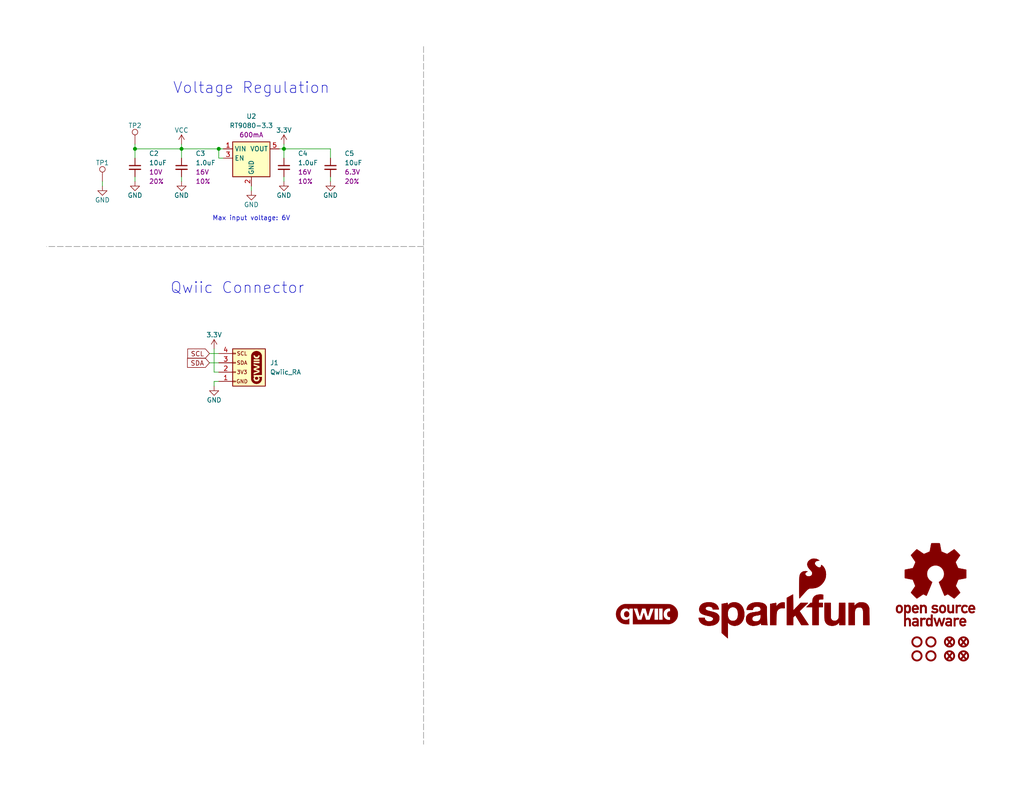
<source format=kicad_sch>
(kicad_sch (version 20250114) (generator "eeschema") (generator_version "9.0")
  (paper "USLetter")
  (title_block (title "SparkFun Product (Qwiic)") (rev "v10") (company "SparkFun") (comment 1 "Designed by: You"))
  (lib_symbols
    (symbol "SparkFun-Aesthetic:Fiducial_0.5mm"
      (symbol "Fiducial_0.5mm_1_1"
        (text "x" (at 0 0.254 0) (effects (font (size 2.5 2.5) (bold yes))))
      )
    )
    (symbol "SparkFun-Aesthetic:OSHW_Logo" (pin_names (offset 1.016)) (in_bom no))
    (symbol "SparkFun-Aesthetic:SparkFun_Logo" (pin_names (offset 1.016)) (on_board no))
    (symbol "SparkFun-Aesthetic:qwiic_Logo" (pin_names (offset 1.016)) (on_board no))
    (symbol "SparkFun-Capacitor:1.0uF_0402_16V_10%" (pin_numbers (hide yes)) (pin_names (offset 0.254))
      (property "Reference" "C" (at 0.635 2.54 0))
      (property "Value" "1.0uF" (at 0.635 -2.54 0))
      (property "Voltage" "16V" (at 0 -6.35 0))
      (property "Tolerance" "10%" (at 0 -8.89 0))
      (symbol "1.0uF_0402_16V_10%_1_1"
        (pin passive line (at 0 2.54 270) (length 2.032) (name "~") (number "1"))
        (pin passive line (at 0 -2.54 90) (length 2.032) (name "~") (number "2"))
      )
    )
    (symbol "SparkFun-Capacitor:1.0uF_0603_16V_10%" (pin_numbers (hide yes)) (pin_names (offset 0.254))
      (property "Reference" "C" (at 0.635 2.54 0))
      (property "Value" "1.0uF" (at 0.635 -2.54 0))
      (property "Voltage" "16V" (at 0 -6.35 0))
      (property "Tolerance" "10%" (at 0 -8.89 0))
      (symbol "1.0uF_0603_16V_10%_1_1"
        (pin passive line (at 0 2.54 270) (length 2.032) (name "~") (number "1"))
        (pin passive line (at 0 -2.54 90) (length 2.032) (name "~") (number "2"))
      )
    )
    (symbol "SparkFun-Capacitor:10uF_0603_10V_20%" (pin_numbers (hide yes)) (pin_names (offset 0.254))
      (property "Reference" "C" (at 0.635 2.54 0))
      (property "Value" "10uF" (at 0.635 -2.54 0))
      (property "Voltage" "10V" (at 0 -6.35 0))
      (property "Tolerance" "20%" (at 0 -8.89 0))
      (symbol "10uF_0603_10V_20%_1_1"
        (pin passive line (at 0 2.54 270) (length 2.032) (name "~") (number "1"))
        (pin passive line (at 0 -2.54 90) (length 2.032) (name "~") (number "2"))
      )
    )
    (symbol "SparkFun-Capacitor:10uF_0603_6.3V_20%" (pin_numbers (hide yes)) (pin_names (offset 0.254))
      (property "Reference" "C" (at 0.635 2.54 0))
      (property "Value" "10uF" (at 0.635 -2.54 0))
      (property "Voltage" "6.3V" (at 0 -6.35 0))
      (property "Tolerance" "20%" (at 0 -8.89 0))
      (symbol "10uF_0603_6.3V_20%_1_1"
        (pin passive line (at 0 2.54 270) (length 2.032) (name "~") (number "1"))
        (pin passive line (at 0 -2.54 90) (length 2.032) (name "~") (number "2"))
      )
    )
    (symbol "SparkFun-Connector:Qwiic_Right_Angle" (pin_names (offset 1.016) (hide yes))
      (property "Reference" "J" (at 0 5.08 0))
      (property "Value" "Qwiic_RA" (at 0 -7.62 0))
      (symbol "Qwiic_Right_Angle_1_1"
        (text "SCL" (at 1.27 2.54 0) (effects (font (size 1 1))))
        (text "SDA" (at 1.27 0 0) (effects (font (size 1 1))))
        (text "3V3" (at 1.27 -2.54 0) (effects (font (size 1 1))))
        (text "GND" (at 1.27 -5.08 0) (effects (font (size 1 1))))
        (pin passive line (at -5.08 2.54 0) (length 3.81) (name "Pin_4") (number "4"))
        (pin passive line (at -5.08 0 0) (length 3.81) (name "Pin_3") (number "3"))
        (pin passive line (at -5.08 -2.54 0) (length 3.81) (name "Pin_2") (number "2"))
        (pin passive line (at -5.08 -5.08 0) (length 3.81) (name "Pin_1") (number "1"))
        (pin no_connect line (at 5.08 3.81 270) (length 2.54) (hide yes) (name "NC") (number "NC1"))
        (pin no_connect line (at 6.35 3.81 270) (length 2.54) (hide yes) (name "NC") (number "NC2"))
      )
    )
    (symbol "SparkFun-Connector:TestPoint_0.75mm" (pin_numbers (hide yes)) (pin_names (offset 0) (hide yes))
      (property "Reference" "TP" (at 0 5.08 0))
      (symbol "TestPoint_0.75mm_1_1"
        (pin passive line (at 0 0 90) (length 2.54) (name "1") (number "1"))
      )
    )
    (symbol "SparkFun-Hardware:Standoff")
    (symbol "SparkFun-PowerSymbol:3.3V" (power) (pin_names (offset 0))
      (property "Value" "3.3V" (at 0 3.81 0))
      (symbol "3.3V_1_1"
        (pin power_in line (at 0 0 90) (length 0) (hide yes) (name "3.3V") (number "1"))
      )
    )
    (symbol "SparkFun-PowerSymbol:GND" (power) (pin_names (offset 0))
      (property "Value" "GND" (at 0 -3.81 0))
      (symbol "GND_1_1"
        (pin power_in line (at 0 0 270) (length 0) (hide yes) (name "GND") (number "1"))
      )
    )
    (symbol "SparkFun-PowerSymbol:VCC" (power) (pin_names (offset 0))
      (property "Value" "VCC" (at 0 3.81 0))
      (symbol "VCC_1_1"
        (pin power_in line (at 0 0 90) (length 0) (hide yes) (name "VCC") (number "1"))
      )
    )
    (symbol "SparkFun-Regulator:RT9080-3.3"
      (property "Reference" "U3" (at 0 13.97 0))
      (property "Value" "RT9080-3.3" (at 0 11.43 0))
      (property "VMax" "5.5V" (at 0 8.89 0) (show_name))
      (property "IMax" "600mA" (at 0 6.35 0) (show_name))
      (symbol "RT9080-3.3_1_1"
        (pin power_in line (at -7.62 2.54 0) (length 2.54) (name "VIN") (number "1"))
        (pin input line (at -7.62 0 0) (length 2.54) (name "EN") (number "3"))
        (pin power_in line (at 0 -7.62 90) (length 2.54) (name "GND") (number "2"))
        (pin no_connect line (at 5.08 0 180) (length 2.54) (hide yes) (name "NC") (number "4"))
        (pin power_out line (at 7.62 2.54 180) (length 2.54) (name "VOUT") (number "5"))
      )
    )
  )
  (text "Voltage Regulation" (at 68.58 24.13 0) (effects (font (size 3 3))))
  (text "Qwiic Connector" (at 64.77 78.74 0) (effects (font (size 3 3))))
  (text "Max input voltage: 6V" (at 68.58 59.69 0) (effects (font (size 1.27 1.27))))
  (junction (at 49.53 40.64))
  (junction (at 59.69 40.64))
  (junction (at 36.83 40.64))
  (junction (at 77.47 40.64))
  (wire (pts (xy 59.69 101.6) (xy 58.42 101.6)))
  (wire (pts (xy 58.42 104.14) (xy 58.42 105.41)))
  (wire (pts (xy 77.47 39.37) (xy 77.47 40.64)))
  (wire (pts (xy 27.94 50.8) (xy 27.94 49.53)))
  (wire (pts (xy 59.69 40.64) (xy 60.96 40.64)))
  (wire (pts (xy 36.83 40.64) (xy 49.53 40.64)))
  (wire (pts (xy 90.17 48.26) (xy 90.17 49.53)))
  (wire (pts (xy 77.47 48.26) (xy 77.47 49.53)))
  (wire (pts (xy 49.53 40.64) (xy 49.53 43.18)))
  (wire (pts (xy 68.58 50.8) (xy 68.58 52.07)))
  (wire (pts (xy 58.42 101.6) (xy 58.42 95.25)))
  (wire (pts (xy 59.69 43.18) (xy 59.69 40.64)))
  (wire (pts (xy 49.53 39.37) (xy 49.53 40.64)))
  (wire (pts (xy 77.47 40.64) (xy 77.47 43.18)))
  (wire (pts (xy 90.17 40.64) (xy 90.17 43.18)))
  (wire (pts (xy 36.83 48.26) (xy 36.83 49.53)))
  (wire (pts (xy 49.53 40.64) (xy 59.69 40.64)))
  (wire (pts (xy 77.47 40.64) (xy 90.17 40.64)))
  (polyline (pts (xy 115.57 124.46) (xy 115.57 203.2)) (stroke (width 0) (type dash) (color 132 132 132 1)))
  (polyline (pts (xy 115.57 67.31) (xy 12.7 67.31)) (stroke (width 0) (type dash) (color 132 132 132 1)))
  (wire (pts (xy 36.83 39.37) (xy 36.83 40.64)))
  (wire (pts (xy 60.96 43.18) (xy 59.69 43.18)))
  (wire (pts (xy 76.2 40.64) (xy 77.47 40.64)))
  (wire (pts (xy 36.83 43.18) (xy 36.83 40.64)))
  (wire (pts (xy 57.15 99.06) (xy 59.69 99.06)))
  (polyline (pts (xy 115.57 12.7) (xy 115.57 124.46)) (stroke (width 0) (type dash) (color 132 132 132 1)))
  (wire (pts (xy 49.53 48.26) (xy 49.53 49.53)))
  (wire (pts (xy 57.15 96.52) (xy 59.69 96.52)))
  (wire (pts (xy 59.69 104.14) (xy 58.42 104.14)))
  (global_label "SCL" (shape input) (at 57.15 96.52 180) (property "Intersheetrefs" "${INTERSHEET_REFS}" (effects (hide yes))))
  (global_label "SDA" (shape input) (at 57.15 99.06 180) (property "Intersheetrefs" "${INTERSHEET_REFS}" (effects (hide yes))))
  (symbol (lib_id "SparkFun-Hardware:Standoff") (at 250.19 179.07 0) (unit 1)
    (property "Reference" "ST2" (effects (hide yes)))
    (property "Value" "Stand_off" (effects (hide yes)))
    (property "Footprint" "SparkFun-Hardware:Standoff" (effects (hide yes)))
    (property "Description" "Drill holes for mechanically mounting via screws, standoffs, etc." (effects (hide yes)))
  )
  (symbol (lib_id "SparkFun-PowerSymbol:GND") (at 58.42 105.41 0) (unit 1)
    (property "Reference" "#PWR01" (effects (hide yes)))
    (property "Value" "GND" (at 58.42 109.22 0))
    (property "Description" "Power symbol creates a global label with name \"GND\" , ground" (effects (hide yes)))
  )
  (symbol (lib_id "SparkFun-Connector:TestPoint_0.75mm") (at 27.94 49.53 0) (unit 1)
    (property "Reference" "TP1" (at 27.94 44.45 0))
    (property "Value" "TestPoint_0.75mm" (effects (hide yes)))
    (property "Footprint" "SparkFun-Connector:TestPoint-0.75mm" (effects (hide yes)))
    (property "Description" "Test Point" (effects (hide yes)))
  )
  (symbol (lib_id "SparkFun-Aesthetic:SparkFun_Logo") (at 213.36 167.64 0) (unit 1) (on_board no)
    (property "Reference" "G1" (effects (hide yes)))
    (property "Value" "SparkFun_Logo" (effects (hide yes)))
    (property "Footprint" "SparkFun-Aesthetic:SparkFun_Logo_8mm" (effects (hide yes)))
  )
  (symbol (lib_id "SparkFun-PowerSymbol:GND") (at 77.47 49.53 0) (unit 1)
    (property "Reference" "#PWR011" (effects (hide yes)))
    (property "Value" "GND" (at 77.47 53.34 0))
    (property "Description" "Power symbol creates a global label with name \"GND\" , ground" (effects (hide yes)))
  )
  (symbol (lib_id "SparkFun-Capacitor:1.0uF_0402_16V_10%") (at 77.47 45.72 0) (unit 1)
    (property "Reference" "C4" (at 81.28 41.91 0) (effects (justify left)))
    (property "Value" "1.0uF" (at 81.28 44.45 0) (effects (justify left)))
    (property "Footprint" "SparkFun-Capacitor:C_0402_1005Metric" (effects (hide yes)))
    (property "Datasheet" "https://cdn.sparkfun.com/assets/8/a/4/a/5/Kemet_Capacitor_Datasheet.pdf" (effects (hide yes)))
    (property "Description" "Unpolarized capacitor" (effects (hide yes)))
    (property "PROD_ID" "CAP-14969" (effects (hide yes)))
    (property "Voltage" "16V" (at 81.28 46.99 0) (effects (justify left)))
    (property "Tolerance" "10%" (at 81.28 49.53 0) (effects (justify left)))
  )
  (symbol (lib_id "SparkFun-Capacitor:10uF_0603_6.3V_20%") (at 90.17 45.72 0) (unit 1)
    (property "Reference" "C5" (at 93.98 41.91 0) (effects (justify left)))
    (property "Value" "10uF" (at 93.98 44.45 0) (effects (justify left)))
    (property "Footprint" "SparkFun-Capacitor:C_0603_1608Metric" (effects (hide yes)))
    (property "Datasheet" "https://cdn.sparkfun.com/assets/8/a/4/a/5/Kemet_Capacitor_Datasheet.pdf" (effects (hide yes)))
    (property "Description" "Unpolarized capacitor" (effects (hide yes)))
    (property "PROD_ID" "CAP-11015" (effects (hide yes)))
    (property "Voltage" "6.3V" (at 93.98 46.99 0) (effects (justify left)))
    (property "Tolerance" "20%" (at 93.98 49.53 0) (effects (justify left)))
  )
  (symbol (lib_id "SparkFun-Hardware:Standoff") (at 254 179.07 0) (unit 1)
    (property "Reference" "ST4" (effects (hide yes)))
    (property "Value" "Stand_off" (effects (hide yes)))
    (property "Footprint" "SparkFun-Hardware:Standoff" (effects (hide yes)))
    (property "Description" "Drill holes for mechanically mounting via screws, standoffs, etc." (effects (hide yes)))
  )
  (symbol (lib_id "SparkFun-Aesthetic:qwiic_Logo") (at 176.53 167.64 0) (unit 1) (on_board no)
    (property "Reference" "G4" (effects (hide yes)))
    (property "Value" "qwiic_Logo" (effects (hide yes)))
  )
  (symbol (lib_id "SparkFun-Hardware:Standoff") (at 250.19 175.26 0) (unit 1)
    (property "Reference" "ST1" (effects (hide yes)))
    (property "Value" "Stand_off" (effects (hide yes)))
    (property "Footprint" "SparkFun-Hardware:Standoff" (effects (hide yes)))
    (property "Description" "Drill holes for mechanically mounting via screws, standoffs, etc." (effects (hide yes)))
  )
  (symbol (lib_id "SparkFun-PowerSymbol:GND") (at 27.94 50.8 0) (unit 1)
    (property "Reference" "#PWR04" (effects (hide yes)))
    (property "Value" "GND" (at 27.94 54.61 0))
    (property "Description" "Power symbol creates a global label with name \"GND\" , ground" (effects (hide yes)))
  )
  (symbol (lib_id "SparkFun-PowerSymbol:GND") (at 68.58 52.07 0) (unit 1)
    (property "Reference" "#PWR08" (effects (hide yes)))
    (property "Value" "GND" (at 68.58 55.88 0))
    (property "Description" "Power symbol creates a global label with name \"GND\" , ground" (effects (hide yes)))
  )
  (symbol (lib_id "SparkFun-PowerSymbol:GND") (at 49.53 49.53 0) (unit 1)
    (property "Reference" "#PWR06" (effects (hide yes)))
    (property "Value" "GND" (at 49.53 53.34 0))
    (property "Description" "Power symbol creates a global label with name \"GND\" , ground" (effects (hide yes)))
  )
  (symbol (lib_id "SparkFun-Aesthetic:Fiducial_0.5mm") (at 262.89 179.07 0) (unit 1)
    (property "Reference" "FID4" (effects (hide yes)))
    (property "Value" "Fiducial_0.5mm" (effects (hide yes)))
    (property "Footprint" "SparkFun-Aesthetic:Fiducial_0.5mm_Mask1mm" (effects (hide yes)))
    (property "Description" "Fiducial Marker" (effects (hide yes)))
  )
  (symbol (lib_id "SparkFun-Hardware:Standoff") (at 254 175.26 0) (unit 1)
    (property "Reference" "ST3" (effects (hide yes)))
    (property "Value" "Stand_off" (effects (hide yes)))
    (property "Footprint" "SparkFun-Hardware:Standoff" (effects (hide yes)))
    (property "Description" "Drill holes for mechanically mounting via screws, standoffs, etc." (effects (hide yes)))
  )
  (symbol (lib_id "SparkFun-Aesthetic:Fiducial_0.5mm") (at 259.08 179.07 0) (unit 1)
    (property "Reference" "FID2" (effects (hide yes)))
    (property "Value" "Fiducial_0.5mm" (effects (hide yes)))
    (property "Footprint" "SparkFun-Aesthetic:Fiducial_0.5mm_Mask1mm" (effects (hide yes)))
    (property "Description" "Fiducial Marker" (effects (hide yes)))
  )
  (symbol (lib_id "SparkFun-PowerSymbol:GND") (at 90.17 49.53 0) (unit 1)
    (property "Reference" "#PWR012" (effects (hide yes)))
    (property "Value" "GND" (at 90.17 53.34 0))
    (property "Description" "Power symbol creates a global label with name \"GND\" , ground" (effects (hide yes)))
  )
  (symbol (lib_id "SparkFun-PowerSymbol:3.3V") (at 58.42 95.25 0) (unit 1)
    (property "Reference" "#PWR02" (effects (hide yes)))
    (property "Value" "3.3V" (at 58.42 91.44 0))
    (property "Description" "Power symbol creates a global label with name \"3.3V\"" (effects (hide yes)))
  )
  (symbol (lib_id "SparkFun-Aesthetic:OSHW_Logo") (at 255.27 163.83 0) (unit 1) (in_bom no)
    (property "Reference" "G3" (effects (hide yes)))
    (property "Value" "OSHW_Logo" (effects (hide yes)))
    (property "Footprint" "SparkFun-Aesthetic:Creative_Commons_License" (effects (hide yes)))
  )
  (symbol (lib_id "SparkFun-PowerSymbol:3.3V") (at 77.47 39.37 0) (unit 1)
    (property "Reference" "#PWR010" (effects (hide yes)))
    (property "Value" "3.3V" (at 77.47 35.56 0))
    (property "Description" "Power symbol creates a global label with name \"3.3V\"" (effects (hide yes)))
  )
  (symbol (lib_id "SparkFun-Aesthetic:Fiducial_0.5mm") (at 259.08 175.26 0) (unit 1)
    (property "Reference" "FID1" (effects (hide yes)))
    (property "Value" "Fiducial_0.5mm" (effects (hide yes)))
    (property "Footprint" "SparkFun-Aesthetic:Fiducial_0.5mm_Mask1mm" (effects (hide yes)))
    (property "Description" "Fiducial Marker" (effects (hide yes)))
  )
  (symbol (lib_id "SparkFun-Capacitor:1.0uF_0603_16V_10%") (at 49.53 45.72 0) (unit 1)
    (property "Reference" "C3" (at 53.34 41.91 0) (effects (justify left)))
    (property "Value" "1.0uF" (at 53.34 44.45 0) (effects (justify left)))
    (property "Footprint" "SparkFun-Capacitor:C_0603_1608Metric" (effects (hide yes)))
    (property "Datasheet" "https://cdn.sparkfun.com/assets/8/a/4/a/5/Kemet_Capacitor_Datasheet.pdf" (effects (hide yes)))
    (property "Description" "Unpolarized capacitor" (effects (hide yes)))
    (property "PROD_ID" "CAP-13930" (effects (hide yes)))
    (property "Voltage" "16V" (at 53.34 46.99 0) (effects (justify left)))
    (property "Tolerance" "10%" (at 53.34 49.53 0) (effects (justify left)))
  )
  (symbol (lib_id "SparkFun-Aesthetic:SparkFun_Logo") (at 213.36 167.64 0) (unit 1) (on_board no)
    (property "Reference" "G2" (effects (hide yes)))
    (property "Value" "SparkFun_Logo" (effects (hide yes)))
  )
  (symbol (lib_id "SparkFun-PowerSymbol:VCC") (at 49.53 39.37 0) (unit 1)
    (property "Reference" "#PWR03" (effects (hide yes)))
    (property "Value" "VCC" (at 49.53 35.56 0))
    (property "Description" "Power symbol creates a global label with name \"VCC\"" (effects (hide yes)))
  )
  (symbol (lib_id "SparkFun-PowerSymbol:GND") (at 36.83 49.53 0) (unit 1)
    (property "Reference" "#PWR05" (effects (hide yes)))
    (property "Value" "GND" (at 36.83 53.34 0))
    (property "Description" "Power symbol creates a global label with name \"GND\" , ground" (effects (hide yes)))
  )
  (symbol (lib_id "SparkFun-Connector:TestPoint_0.75mm") (at 36.83 39.37 0) (unit 1)
    (property "Reference" "TP2" (at 36.83 34.29 0))
    (property "Value" "TestPoint_0.75mm" (effects (hide yes)))
    (property "Footprint" "SparkFun-Connector:TestPoint-0.75mm" (effects (hide yes)))
    (property "Description" "Test Point" (effects (hide yes)))
  )
  (symbol (lib_id "SparkFun-Regulator:RT9080-3.3") (at 68.58 43.18 0) (unit 1)
    (property "Reference" "U2" (at 68.58 31.75 0))
    (property "Value" "RT9080-3.3" (at 68.58 34.29 0))
    (property "Footprint" "SparkFun-Semiconductor-Standard:SOT23-5" (effects (hide yes)))
    (property "Datasheet" "https://www.richtek.com/SaveDownload.aspx?specid=RT9080" (effects (hide yes)))
    (property "Description" "600mA low dropout linear regulator, with enable pin, 3.8V-6V input voltage range, 3.3V fixed positive output, SOT-23-5" (effects (hide yes)))
    (property "PROD_ID" "VREG-19034" (effects (hide yes)))
    (property "VMax" "5.5V" (effects (hide yes)))
    (property "Imax" "600mA" (effects (hide yes)))
    (property "Iq" "4µA" (effects (hide yes)))
    (property "IMax" "600mA" (at 68.58 36.83 0))
  )
  (symbol (lib_id "SparkFun-Capacitor:10uF_0603_10V_20%") (at 36.83 45.72 0) (unit 1)
    (property "Reference" "C2" (at 40.64 41.91 0) (effects (justify left)))
    (property "Value" "10uF" (at 40.64 44.45 0) (effects (justify left)))
    (property "Footprint" "SparkFun-Capacitor:C_0603_1608Metric" (effects (hide yes)))
    (property "Datasheet" "https://cdn.sparkfun.com/assets/8/a/4/a/5/Kemet_Capacitor_Datasheet.pdf" (effects (hide yes)))
    (property "Description" "Unpolarized capacitor" (effects (hide yes)))
    (property "PROD_ID" "CAP-20155" (effects (hide yes)))
    (property "Voltage" "10V" (at 40.64 46.99 0) (effects (justify left)))
    (property "Tolerance" "20%" (at 40.64 49.53 0) (effects (justify left)))
  )
  (symbol (lib_id "SparkFun-Aesthetic:Fiducial_0.5mm") (at 262.89 175.26 0) (unit 1)
    (property "Reference" "FID3" (effects (hide yes)))
    (property "Value" "Fiducial_0.5mm" (effects (hide yes)))
    (property "Footprint" "SparkFun-Aesthetic:Fiducial_0.5mm_Mask1mm" (effects (hide yes)))
    (property "Description" "Fiducial Marker" (effects (hide yes)))
  )
  (symbol (lib_id "SparkFun-Connector:Qwiic_Right_Angle") (at 64.77 99.06 0) (unit 1)
    (property "Reference" "J1" (at 73.66 99.0599 0) (effects (justify left)))
    (property "Value" "Qwiic_RA" (at 73.66 101.5999 0) (effects (justify left)))
    (property "Footprint" "SparkFun-Connector:JST_SMD_1.0mm-4_Black" (effects (hide yes)))
    (property "Datasheet" "https://www.jst-mfg.com/product/pdf/eng/eSH.pdf" (effects (hide yes)))
    (property "Description" "4 pin JST 1mm polarized connector for I2C" (effects (hide yes)))
    (property "PROD_ID" "CONN-13694" (effects (hide yes)))
  )
)
</source>
